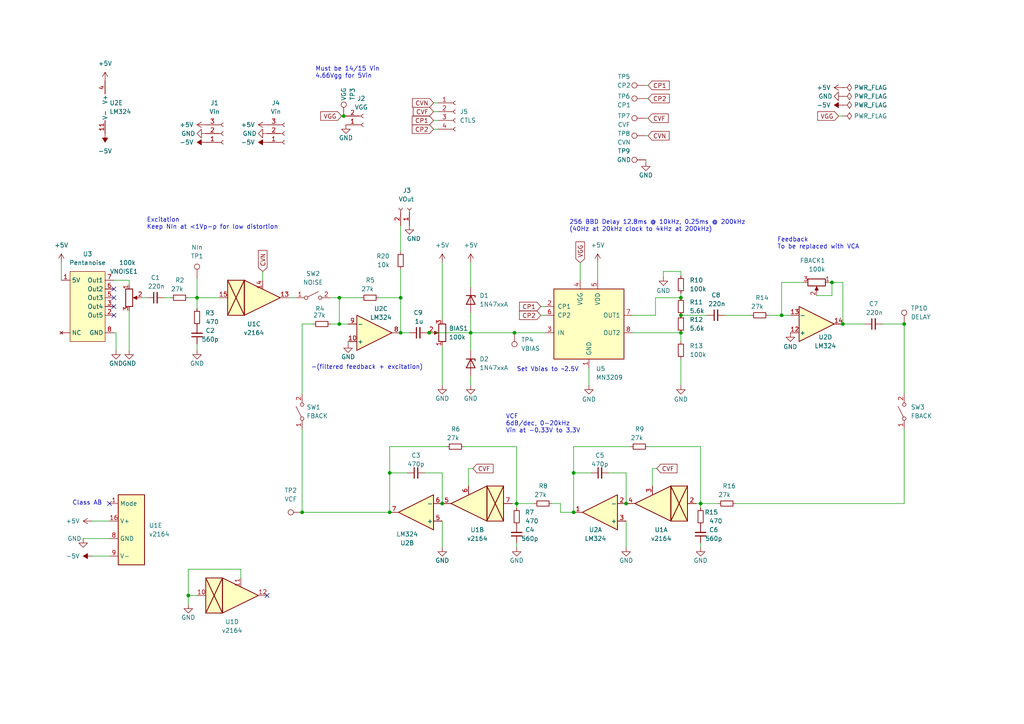
<source format=kicad_sch>
(kicad_sch (version 20211123) (generator eeschema)
  (paper "A4")
  (lib_symbols
    (symbol "Amplifier_Operational:LM324" (pin_names (offset 0.127))
      (property "Reference" "U" (at 0 5.08 0))
      (property "Value" "LM324" (at 0 -5.08 0))
      (symbol "LM324_1_1"
        (polyline (pts (xy -5.08 5.08) (xy 5.08 0) (xy -5.08 -5.08) (xy -5.08 5.08)) (stroke (width 0.254)) (fill (type background)))
        (pin output line (at 7.62 0 180) (length 2.54) (name "~") (number "1"))
        (pin input line (at -7.62 -2.54 0) (length 2.54) (name "-") (number "2"))
        (pin input line (at -7.62 2.54 0) (length 2.54) (name "+") (number "3"))
      )
      (symbol "LM324_2_1"
        (polyline (pts (xy -5.08 5.08) (xy 5.08 0) (xy -5.08 -5.08) (xy -5.08 5.08)) (stroke (width 0.254)) (fill (type background)))
        (pin input line (at -7.62 2.54 0) (length 2.54) (name "+") (number "5"))
        (pin input line (at -7.62 -2.54 0) (length 2.54) (name "-") (number "6"))
        (pin output line (at 7.62 0 180) (length 2.54) (name "~") (number "7"))
      )
      (symbol "LM324_3_1"
        (polyline (pts (xy -5.08 5.08) (xy 5.08 0) (xy -5.08 -5.08) (xy -5.08 5.08)) (stroke (width 0.254)) (fill (type background)))
        (pin input line (at -7.62 2.54 0) (length 2.54) (name "+") (number "10"))
        (pin output line (at 7.62 0 180) (length 2.54) (name "~") (number "8"))
        (pin input line (at -7.62 -2.54 0) (length 2.54) (name "-") (number "9"))
      )
      (symbol "LM324_4_1"
        (polyline (pts (xy -5.08 5.08) (xy 5.08 0) (xy -5.08 -5.08) (xy -5.08 5.08)) (stroke (width 0.254)) (fill (type background)))
        (pin input line (at -7.62 2.54 0) (length 2.54) (name "+") (number "12"))
        (pin input line (at -7.62 -2.54 0) (length 2.54) (name "-") (number "13"))
        (pin output line (at 7.62 0 180) (length 2.54) (name "~") (number "14"))
      )
      (symbol "LM324_5_1"
        (pin power_in line (at -2.54 -7.62 90) (length 3.81) (name "V-") (number "11"))
        (pin power_in line (at -2.54 7.62 270) (length 3.81) (name "V+") (number "4"))
      )
    )
    (symbol "BBD:MN3207" (pin_names (offset 1.016))
      (property "Reference" "U" (at -10.16 12.7 0))
      (property "Value" "MN3207" (at 10.16 -12.7 0))
      (symbol "MN3207_0_1"
        (rectangle (start -10.16 10.16) (end 10.16 -10.16) (stroke (width 0.254)) (fill (type background)))
      )
      (symbol "MN3207_1_1"
        (pin power_in line (at 0 -12.7 90) (length 2.54) (name "GND") (number "1"))
        (pin input line (at -12.7 5.08 0) (length 2.54) (name "CP1") (number "2"))
        (pin input line (at -12.7 -2.54 0) (length 2.54) (name "IN") (number "3"))
        (pin power_in line (at -2.54 12.7 270) (length 2.54) (name "VGG") (number "4"))
        (pin power_in line (at 2.54 12.7 270) (length 2.54) (name "VDD") (number "5"))
        (pin input line (at -12.7 2.54 0) (length 2.54) (name "CP2") (number "6"))
        (pin output line (at 12.7 2.54 180) (length 2.54) (name "OUT1") (number "7"))
        (pin output line (at 12.7 -2.54 180) (length 2.54) (name "OUT2") (number "8"))
      )
    )
    (symbol "Connector:Conn_01x02_Female" (pin_names (offset 1.016) hide)
      (property "Reference" "J" (at 0 2.54 0))
      (property "Value" "Conn_01x02_Female" (at 0 -5.08 0))
      (symbol "Conn_01x02_Female_1_1"
        (arc (start 0 -2.032) (mid -0.508 -2.54) (end 0 -3.048) (stroke (width 0.1524)))
        (polyline (pts (xy -1.27 -2.54) (xy -0.508 -2.54)) (stroke (width 0.1524)))
        (polyline (pts (xy -1.27 0) (xy -0.508 0)) (stroke (width 0.1524)))
        (arc (start 0 0.508) (mid -0.508 0) (end 0 -0.508) (stroke (width 0.1524)))
        (pin passive line (at -5.08 0 0) (length 3.81) (name "Pin_1") (number "1"))
        (pin passive line (at -5.08 -2.54 0) (length 3.81) (name "Pin_2") (number "2"))
      )
    )
    (symbol "Connector:Conn_01x03_Female" (pin_names (offset 1.016) hide)
      (property "Reference" "J" (at 0 5.08 0))
      (property "Value" "Conn_01x03_Female" (at 0 -5.08 0))
      (symbol "Conn_01x03_Female_1_1"
        (arc (start 0 -2.032) (mid -0.508 -2.54) (end 0 -3.048) (stroke (width 0.1524)))
        (polyline (pts (xy -1.27 -2.54) (xy -0.508 -2.54)) (stroke (width 0.1524)))
        (polyline (pts (xy -1.27 0) (xy -0.508 0)) (stroke (width 0.1524)))
        (polyline (pts (xy -1.27 2.54) (xy -0.508 2.54)) (stroke (width 0.1524)))
        (arc (start 0 0.508) (mid -0.508 0) (end 0 -0.508) (stroke (width 0.1524)))
        (arc (start 0 3.048) (mid -0.508 2.54) (end 0 2.032) (stroke (width 0.1524)))
        (pin passive line (at -5.08 2.54 0) (length 3.81) (name "Pin_1") (number "1"))
        (pin passive line (at -5.08 0 0) (length 3.81) (name "Pin_2") (number "2"))
        (pin passive line (at -5.08 -2.54 0) (length 3.81) (name "Pin_3") (number "3"))
      )
    )
    (symbol "Connector:Conn_01x04_Female" (pin_names (offset 1.016) hide)
      (property "Reference" "J" (at 0 5.08 0))
      (property "Value" "Conn_01x04_Female" (at 0 -7.62 0))
      (symbol "Conn_01x04_Female_1_1"
        (arc (start 0 -4.572) (mid -0.508 -5.08) (end 0 -5.588) (stroke (width 0.1524)))
        (arc (start 0 -2.032) (mid -0.508 -2.54) (end 0 -3.048) (stroke (width 0.1524)))
        (polyline (pts (xy -1.27 -5.08) (xy -0.508 -5.08)) (stroke (width 0.1524)))
        (polyline (pts (xy -1.27 -2.54) (xy -0.508 -2.54)) (stroke (width 0.1524)))
        (polyline (pts (xy -1.27 0) (xy -0.508 0)) (stroke (width 0.1524)))
        (polyline (pts (xy -1.27 2.54) (xy -0.508 2.54)) (stroke (width 0.1524)))
        (arc (start 0 0.508) (mid -0.508 0) (end 0 -0.508) (stroke (width 0.1524)))
        (arc (start 0 3.048) (mid -0.508 2.54) (end 0 2.032) (stroke (width 0.1524)))
        (pin passive line (at -5.08 2.54 0) (length 3.81) (name "Pin_1") (number "1"))
        (pin passive line (at -5.08 0 0) (length 3.81) (name "Pin_2") (number "2"))
        (pin passive line (at -5.08 -2.54 0) (length 3.81) (name "Pin_3") (number "3"))
        (pin passive line (at -5.08 -5.08 0) (length 3.81) (name "Pin_4") (number "4"))
      )
    )
    (symbol "Connector:TestPoint" (pin_numbers hide) (pin_names (offset 0.762) hide)
      (property "Reference" "TP" (at 0 6.858 0))
      (property "Value" "TestPoint" (at 0 5.08 0))
      (symbol "TestPoint_0_1"
        (circle (center 0 3.302) (radius 0.762))
      )
      (symbol "TestPoint_1_1"
        (pin passive line (at 0 0 90) (length 2.54) (name "1") (number "1"))
      )
    )
    (symbol "Device:C_Small" (pin_numbers hide) (pin_names (offset 0.254) hide)
      (property "Reference" "C" (at 0.254 1.778 0))
      (property "Value" "C_Small" (at 0.254 -2.032 0))
      (symbol "C_Small_0_1"
        (polyline (pts (xy -1.524 -0.508) (xy 1.524 -0.508)) (stroke (width 0.3302)))
        (polyline (pts (xy -1.524 0.508) (xy 1.524 0.508)) (stroke (width 0.3048)))
      )
      (symbol "C_Small_1_1"
        (pin passive line (at 0 2.54 270) (length 2.032) (name "~") (number "1"))
        (pin passive line (at 0 -2.54 90) (length 2.032) (name "~") (number "2"))
      )
    )
    (symbol "Device:R_Potentiometer" (pin_names (offset 1.016) hide)
      (property "Reference" "RV" (at -4.445 0 90))
      (property "Value" "R_Potentiometer" (at -2.54 0 90))
      (symbol "R_Potentiometer_0_1"
        (polyline (pts (xy 2.54 0) (xy 1.524 0)))
        (polyline (pts (xy 1.143 0) (xy 2.286 0.508) (xy 2.286 -0.508) (xy 1.143 0)) (fill (type outline)))
        (rectangle (start 1.016 2.54) (end -1.016 -2.54) (stroke (width 0.254)))
      )
      (symbol "R_Potentiometer_1_1"
        (pin passive line (at 0 3.81 270) (length 1.27) (name "1") (number "1"))
        (pin passive line (at 3.81 0 180) (length 1.27) (name "2") (number "2"))
        (pin passive line (at 0 -3.81 90) (length 1.27) (name "3") (number "3"))
      )
    )
    (symbol "Device:R_Small" (pin_numbers hide) (pin_names (offset 0.254) hide)
      (property "Reference" "R" (at 0.762 0.508 0))
      (property "Value" "R_Small" (at 0.762 -1.016 0))
      (symbol "R_Small_0_1"
        (rectangle (start -0.762 1.778) (end 0.762 -1.778) (stroke (width 0.2032)))
      )
      (symbol "R_Small_1_1"
        (pin passive line (at 0 2.54 270) (length 0.762) (name "~") (number "1"))
        (pin passive line (at 0 -2.54 90) (length 0.762) (name "~") (number "2"))
      )
    )
    (symbol "Diode:1N47xxA" (pin_numbers hide) (pin_names (offset 1.016) hide)
      (property "Reference" "D" (at 0 2.54 0))
      (property "Value" "1N47xxA" (at 0 -2.54 0))
      (symbol "1N47xxA_0_1"
        (polyline (pts (xy 1.27 0) (xy -1.27 0)))
        (polyline (pts (xy -1.27 -1.27) (xy -1.27 1.27) (xy -0.762 1.27)) (stroke (width 0.254)))
        (polyline (pts (xy 1.27 -1.27) (xy 1.27 1.27) (xy -1.27 0) (xy 1.27 -1.27)) (stroke (width 0.254)))
      )
      (symbol "1N47xxA_1_1"
        (pin passive line (at -3.81 0 0) (length 2.54) (name "K") (number "1"))
        (pin passive line (at 3.81 0 180) (length 2.54) (name "A") (number "2"))
      )
    )
    (symbol "Switch:SW_SPST" (pin_names (offset 0) hide)
      (property "Reference" "SW" (at 0 3.175 0))
      (property "Value" "SW_SPST" (at 0 -2.54 0))
      (symbol "SW_SPST_0_0"
        (circle (center -2.032 0) (radius 0.508))
        (polyline (pts (xy -1.524 0.254) (xy 1.524 1.778)))
        (circle (center 2.032 0) (radius 0.508))
      )
      (symbol "SW_SPST_1_1"
        (pin passive line (at -5.08 0 0) (length 2.54) (name "A") (number "1"))
        (pin passive line (at 5.08 0 180) (length 2.54) (name "B") (number "2"))
      )
    )
    (symbol "coolaudio:Pentanoise"
      (property "Reference" "U?" (at 0 2.54 0))
      (property "Value" "Pentanoise" (at 0 0 0))
      (symbol "Pentanoise_0_1"
        (rectangle (start -5.08 -2.54) (end 5.08 -22.86) (fill (type background)))
      )
      (symbol "Pentanoise_1_1"
        (pin no_connect line (at -7.62 -20.32 0) (length 2.54) (name "NC") (number ""))
        (pin power_in line (at -7.62 -5.08 0) (length 2.54) (name "5V") (number "1"))
        (pin output line (at 7.62 -15.24 180) (length 2.54) (name "Out5") (number "2"))
        (pin output line (at 7.62 -12.7 180) (length 2.54) (name "Out4") (number "3"))
        (pin output line (at 7.62 -10.16 180) (length 2.54) (name "Out3") (number "5"))
        (pin output line (at 7.62 -7.62 180) (length 2.54) (name "Out2") (number "6"))
        (pin output line (at 7.62 -5.08 180) (length 2.54) (name "Out1") (number "7"))
        (pin power_in line (at 7.62 -20.32 180) (length 2.54) (name "GND") (number "8"))
      )
    )
    (symbol "coolaudio:v2164"
      (property "Reference" "U?" (at 0 15.24 0))
      (property "Value" "v2164" (at 0 12.7 0))
      (symbol "v2164_1_1"
        (rectangle (start -5.08 5.08) (end -0.254 -5.08) (stroke (width 0.254)) (fill (type background)))
        (polyline (pts (xy -5.08 5.08) (xy -0.254 -5.08)) (stroke (width 0.254)))
        (polyline (pts (xy -0.254 5.08) (xy -5.08 -5.08)) (stroke (width 0.254)))
        (polyline (pts (xy -0.254 5.08) (xy 10.16 0) (xy -0.254 -5.08) (xy -0.254 5.08)) (stroke (width 0.254)) (fill (type background)))
        (pin input line (at -7.62 0 0) (length 2.54) (name "") (number "2"))
        (pin input line (at 5.08 5.08 270) (length 2.54) (name "") (number "3"))
        (pin output line (at 12.7 0 180) (length 2.54) (name "") (number "4"))
      )
      (symbol "v2164_2_1"
        (rectangle (start -5.08 5.08) (end -0.254 -5.08) (stroke (width 0.254)) (fill (type background)))
        (polyline (pts (xy -5.08 5.08) (xy -0.254 -5.08)) (stroke (width 0.254)))
        (polyline (pts (xy -0.254 5.08) (xy -5.08 -5.08)) (stroke (width 0.254)))
        (polyline (pts (xy -0.254 5.08) (xy 10.16 0) (xy -0.254 -5.08) (xy -0.254 5.08)) (stroke (width 0.254)) (fill (type background)))
        (pin output line (at 12.7 0 180) (length 2.54) (name "") (number "5"))
        (pin input line (at 5.08 5.08 270) (length 2.54) (name "") (number "6"))
        (pin input line (at -7.62 0 0) (length 2.54) (name "") (number "7"))
      )
      (symbol "v2164_3_1"
        (rectangle (start -5.08 5.08) (end -0.254 -5.08) (stroke (width 0.254)) (fill (type background)))
        (polyline (pts (xy -5.08 5.08) (xy -0.254 -5.08)) (stroke (width 0.254)))
        (polyline (pts (xy -0.254 5.08) (xy -5.08 -5.08)) (stroke (width 0.254)))
        (polyline (pts (xy -0.254 5.08) (xy 10.16 0) (xy -0.254 -5.08) (xy -0.254 5.08)) (stroke (width 0.254)) (fill (type background)))
        (pin output line (at 12.7 0 180) (length 2.54) (name "") (number "13"))
        (pin input line (at 5.08 5.08 270) (length 2.54) (name "") (number "14"))
        (pin input line (at -7.62 0 0) (length 2.54) (name "") (number "15"))
      )
      (symbol "v2164_4_1"
        (rectangle (start -5.08 5.08) (end -0.254 -5.08) (stroke (width 0.254)) (fill (type background)))
        (polyline (pts (xy -5.08 5.08) (xy -0.254 -5.08)) (stroke (width 0.254)))
        (polyline (pts (xy -0.254 5.08) (xy -5.08 -5.08)) (stroke (width 0.254)))
        (polyline (pts (xy -0.254 5.08) (xy 10.16 0) (xy -0.254 -5.08) (xy -0.254 5.08)) (stroke (width 0.254)) (fill (type background)))
        (pin input line (at -7.62 0 0) (length 2.54) (name "") (number "10"))
        (pin input line (at 5.08 5.08 270) (length 2.54) (name "") (number "11"))
        (pin output line (at 12.7 0 180) (length 2.54) (name "") (number "12"))
      )
      (symbol "v2164_5_1"
        (rectangle (start -2.54 10.16) (end 5.08 -10.16) (stroke (width 0.254)) (fill (type background)))
        (pin input line (at -5.08 7.62 0) (length 2.54) (name "Mode") (number "1"))
        (pin power_in line (at -5.08 2.54 0) (length 2.54) (name "V+") (number "16"))
        (pin power_in line (at -5.08 -2.54 0) (length 2.54) (name "GND") (number "8"))
        (pin power_in line (at -5.08 -7.62 0) (length 2.54) (name "V-") (number "9"))
      )
    )
    (symbol "power:+5V" (power) (pin_names (offset 0))
      (property "Value" "+5V" (at 0 3.556 0))
      (symbol "+5V_0_1"
        (polyline (pts (xy -0.762 1.27) (xy 0 2.54)))
        (polyline (pts (xy 0 0) (xy 0 2.54)))
        (polyline (pts (xy 0 2.54) (xy 0.762 1.27)))
      )
      (symbol "+5V_1_1"
        (pin power_in line (at 0 0 90) (length 0) hide (name "+5V") (number "1"))
      )
    )
    (symbol "power:-5V" (power) (pin_names (offset 0))
      (property "Value" "-5V" (at 0 3.81 0))
      (symbol "-5V_0_0"
        (pin power_in line (at 0 0 90) (length 0) hide (name "-5V") (number "1"))
      )
      (symbol "-5V_0_1"
        (polyline (pts (xy 0 0) (xy 0 1.27) (xy 0.762 1.27) (xy 0 2.54) (xy -0.762 1.27) (xy 0 1.27)) (fill (type outline)))
      )
    )
    (symbol "power:GND" (power) (pin_names (offset 0))
      (property "Value" "GND" (at 0 -3.81 0))
      (symbol "GND_0_1"
        (polyline (pts (xy 0 0) (xy 0 -1.27) (xy 1.27 -1.27) (xy 0 -2.54) (xy -1.27 -1.27) (xy 0 -1.27)))
      )
      (symbol "GND_1_1"
        (pin power_in line (at 0 0 270) (length 0) hide (name "GND") (number "1"))
      )
    )
    (symbol "power:PWR_FLAG" (power) (pin_numbers hide) (pin_names (offset 0) hide)
      (property "Value" "PWR_FLAG" (at 0 3.81 0))
      (symbol "PWR_FLAG_0_0"
        (pin power_out line (at 0 0 90) (length 0) (name "pwr") (number "1"))
      )
      (symbol "PWR_FLAG_0_1"
        (polyline (pts (xy 0 0) (xy 0 1.27) (xy -1.016 1.905) (xy 0 2.54) (xy 1.016 1.905) (xy 0 1.27)))
      )
    )
  )
  (junction (at 136.525 96.52))
  (junction (at 128.27 146.05))
  (junction (at 197.485 91.44))
  (junction (at 166.37 148.59))
  (junction (at 226.695 91.44))
  (junction (at 203.2 146.05))
  (junction (at 116.205 86.36))
  (junction (at 116.205 96.52))
  (junction (at 113.03 137.16))
  (junction (at 197.485 86.36))
  (junction (at 244.475 93.98))
  (junction (at 166.37 137.16))
  (junction (at 124.46 96.52))
  (junction (at 197.485 96.52))
  (junction (at 149.225 96.52))
  (junction (at 241.3 81.915))
  (junction (at 87.63 148.59))
  (junction (at 113.03 148.59))
  (junction (at 262.255 93.98))
  (junction (at 98.425 93.98))
  (junction (at 181.61 146.05))
  (junction (at 57.15 86.36))
  (junction (at 99.695 33.655))
  (junction (at 149.86 146.05))
  (junction (at 98.425 86.36))
  (junction (at 54.61 172.72))
  (no_connect (at 33.02 91.44))
  (no_connect (at 33.02 88.9))
  (no_connect (at 33.02 86.36))
  (no_connect (at 33.02 83.82))
  (no_connect (at 77.47 172.72))
  (no_connect (at 31.75 146.05))
  (wire (pts (xy 135.89 135.89) (xy 135.89 140.97)))
  (wire (pts (xy 128.27 100.33) (xy 128.27 111.76)))
  (wire (pts (xy 244.475 81.915) (xy 241.3 81.915)))
  (wire (pts (xy 181.61 137.16) (xy 176.53 137.16)))
  (wire (pts (xy 203.2 158.75) (xy 203.2 157.48)))
  (wire (pts (xy 123.825 96.52) (xy 124.46 96.52)))
  (wire (pts (xy 57.15 80.645) (xy 57.15 86.36)))
  (wire (pts (xy 125.73 32.385) (xy 127 32.385)))
  (wire (pts (xy 57.15 89.535) (xy 57.15 86.36)))
  (wire (pts (xy 213.36 146.05) (xy 262.255 146.05)))
  (wire (pts (xy 236.855 85.725) (xy 241.3 85.725)))
  (wire (pts (xy 87.63 93.98) (xy 90.805 93.98)))
  (wire (pts (xy 244.475 81.915) (xy 244.475 93.98)))
  (wire (pts (xy 137.16 135.89) (xy 135.89 135.89)))
  (wire (pts (xy 136.525 76.2) (xy 136.525 83.185)))
  (wire (pts (xy 156.845 91.44) (xy 158.115 91.44)))
  (wire (pts (xy 116.205 73.025) (xy 116.205 65.405)))
  (wire (pts (xy 57.15 101.6) (xy 57.15 99.695)))
  (wire (pts (xy 125.73 37.465) (xy 127 37.465)))
  (wire (pts (xy 192.405 78.74) (xy 197.485 78.74)))
  (wire (pts (xy 33.655 96.52) (xy 33.655 101.6)))
  (wire (pts (xy 98.425 86.36) (xy 98.425 93.98)))
  (wire (pts (xy 129.54 129.54) (xy 113.03 129.54)))
  (wire (pts (xy 37.465 81.28) (xy 33.02 81.28)))
  (wire (pts (xy 222.885 91.44) (xy 226.695 91.44)))
  (wire (pts (xy 57.15 86.36) (xy 63.5 86.36)))
  (wire (pts (xy 262.255 93.98) (xy 262.255 114.3)))
  (wire (pts (xy 69.85 165.1) (xy 54.61 165.1)))
  (wire (pts (xy 187.325 46.99) (xy 187.325 46.355)))
  (wire (pts (xy 54.61 165.1) (xy 54.61 172.72)))
  (wire (pts (xy 187.96 129.54) (xy 203.2 129.54)))
  (wire (pts (xy 166.37 148.59) (xy 162.56 148.59)))
  (wire (pts (xy 149.86 129.54) (xy 149.86 146.05)))
  (wire (pts (xy 99.695 33.655) (xy 100.33 33.655)))
  (wire (pts (xy 181.61 146.05) (xy 181.61 137.16)))
  (wire (pts (xy 168.275 76.2) (xy 168.275 81.28)))
  (wire (pts (xy 95.885 86.36) (xy 98.425 86.36)))
  (wire (pts (xy 171.45 137.16) (xy 166.37 137.16)))
  (wire (pts (xy 87.63 148.59) (xy 87.63 124.46)))
  (wire (pts (xy 99.06 33.655) (xy 99.695 33.655)))
  (wire (pts (xy 241.3 81.915) (xy 240.665 81.915)))
  (wire (pts (xy 154.94 146.05) (xy 149.86 146.05)))
  (wire (pts (xy 187.96 28.575) (xy 187.325 28.575)))
  (wire (pts (xy 197.485 78.74) (xy 197.485 80.01)))
  (wire (pts (xy 136.525 96.52) (xy 149.225 96.52)))
  (wire (pts (xy 116.205 78.105) (xy 116.205 86.36)))
  (wire (pts (xy 76.2 78.74) (xy 76.2 81.28)))
  (wire (pts (xy 116.205 96.52) (xy 118.745 96.52)))
  (wire (pts (xy 197.485 104.14) (xy 197.485 111.76)))
  (wire (pts (xy 118.11 137.16) (xy 113.03 137.16)))
  (wire (pts (xy 24.13 156.21) (xy 31.75 156.21)))
  (wire (pts (xy 149.225 96.52) (xy 158.115 96.52)))
  (wire (pts (xy 203.2 147.32) (xy 203.2 146.05)))
  (wire (pts (xy 87.63 114.3) (xy 87.63 93.98)))
  (wire (pts (xy 149.86 147.32) (xy 149.86 146.05)))
  (wire (pts (xy 37.465 81.28) (xy 37.465 82.55)))
  (wire (pts (xy 100.965 99.06) (xy 100.965 99.695)))
  (wire (pts (xy 226.695 81.915) (xy 226.695 91.44)))
  (wire (pts (xy 54.61 172.72) (xy 57.15 172.72)))
  (wire (pts (xy 26.67 161.29) (xy 31.75 161.29)))
  (wire (pts (xy 149.86 146.05) (xy 148.59 146.05)))
  (wire (pts (xy 162.56 146.05) (xy 160.02 146.05)))
  (wire (pts (xy 113.03 148.59) (xy 87.63 148.59)))
  (wire (pts (xy 233.045 81.915) (xy 226.695 81.915)))
  (wire (pts (xy 113.03 129.54) (xy 113.03 137.16)))
  (wire (pts (xy 128.27 137.16) (xy 123.19 137.16)))
  (wire (pts (xy 250.825 93.98) (xy 244.475 93.98)))
  (wire (pts (xy 170.815 106.68) (xy 170.815 111.76)))
  (wire (pts (xy 226.695 91.44) (xy 229.235 91.44)))
  (wire (pts (xy 210.185 91.44) (xy 217.805 91.44)))
  (wire (pts (xy 187.96 39.37) (xy 187.325 39.37)))
  (wire (pts (xy 197.485 99.06) (xy 197.485 96.52)))
  (wire (pts (xy 69.85 167.64) (xy 69.85 165.1)))
  (wire (pts (xy 54.61 175.26) (xy 54.61 172.72)))
  (wire (pts (xy 136.525 96.52) (xy 136.525 101.6)))
  (wire (pts (xy 197.485 91.44) (xy 205.105 91.44)))
  (wire (pts (xy 190.119 91.44) (xy 190.119 86.36)))
  (wire (pts (xy 17.78 76.2) (xy 17.78 81.28)))
  (wire (pts (xy 192.405 80.264) (xy 192.405 78.74)))
  (wire (pts (xy 124.46 96.52) (xy 136.525 96.52)))
  (wire (pts (xy 187.96 24.765) (xy 187.325 24.765)))
  (wire (pts (xy 255.905 93.98) (xy 262.255 93.98)))
  (wire (pts (xy 83.82 86.36) (xy 85.725 86.36)))
  (wire (pts (xy 187.96 34.29) (xy 187.325 34.29)))
  (wire (pts (xy 128.27 76.2) (xy 128.27 92.71)))
  (wire (pts (xy 128.27 151.13) (xy 128.27 158.75)))
  (wire (pts (xy 166.37 137.16) (xy 166.37 148.59)))
  (wire (pts (xy 109.855 86.36) (xy 116.205 86.36)))
  (wire (pts (xy 183.515 91.44) (xy 190.119 91.44)))
  (wire (pts (xy 241.3 85.725) (xy 241.3 81.915)))
  (wire (pts (xy 41.275 86.36) (xy 42.545 86.36)))
  (wire (pts (xy 182.88 129.54) (xy 166.37 129.54)))
  (wire (pts (xy 183.515 96.52) (xy 197.485 96.52)))
  (wire (pts (xy 162.56 148.59) (xy 162.56 146.05)))
  (wire (pts (xy 190.5 135.89) (xy 189.23 135.89)))
  (wire (pts (xy 203.2 146.05) (xy 201.93 146.05)))
  (wire (pts (xy 125.73 29.845) (xy 127 29.845)))
  (wire (pts (xy 262.255 124.46) (xy 262.255 146.05)))
  (wire (pts (xy 37.465 101.6) (xy 37.465 90.17)))
  (wire (pts (xy 116.205 86.36) (xy 116.205 96.52)))
  (wire (pts (xy 149.86 158.75) (xy 149.86 157.48)))
  (wire (pts (xy 98.425 93.98) (xy 100.965 93.98)))
  (wire (pts (xy 125.73 34.925) (xy 127 34.925)))
  (wire (pts (xy 54.61 86.36) (xy 57.15 86.36)))
  (wire (pts (xy 128.27 146.05) (xy 128.27 137.16)))
  (wire (pts (xy 33.655 96.52) (xy 33.02 96.52)))
  (wire (pts (xy 173.355 76.2) (xy 173.355 81.28)))
  (wire (pts (xy 95.885 93.98) (xy 98.425 93.98)))
  (wire (pts (xy 104.775 86.36) (xy 98.425 86.36)))
  (wire (pts (xy 190.119 86.36) (xy 197.485 86.36)))
  (wire (pts (xy 134.62 129.54) (xy 149.86 129.54)))
  (wire (pts (xy 166.37 129.54) (xy 166.37 137.16)))
  (wire (pts (xy 136.525 90.805) (xy 136.525 96.52)))
  (wire (pts (xy 189.23 135.89) (xy 189.23 140.97)))
  (wire (pts (xy 208.28 146.05) (xy 203.2 146.05)))
  (wire (pts (xy 47.625 86.36) (xy 49.53 86.36)))
  (wire (pts (xy 243.205 33.655) (xy 244.475 33.655)))
  (wire (pts (xy 197.485 85.09) (xy 197.485 86.36)))
  (wire (pts (xy 181.61 151.13) (xy 181.61 158.75)))
  (wire (pts (xy 113.03 137.16) (xy 113.03 148.59)))
  (wire (pts (xy 156.845 88.9) (xy 158.115 88.9)))
  (wire (pts (xy 203.2 129.54) (xy 203.2 146.05)))
  (wire (pts (xy 26.67 151.13) (xy 31.75 151.13)))
  (wire (pts (xy 136.525 109.22) (xy 136.525 111.76)))
  (text "Must be 14/15 Vin\n4.66Vgg for 5Vin" (at 91.44 22.86 0) (effects (font (size 1.27 1.27)) (justify left bottom)))
  (text "Set Vbias to ~2.5V" (at 149.86 107.95 0) (effects (font (size 1.27 1.27)) (justify left bottom)))
  (text "Excitation\nKeep NIn at <1Vp-p for low distortion" (at 42.545 66.675 0) (effects (font (size 1.27 1.27)) (justify left bottom)))
  (text "256 BBD Delay 12.8ms @ 10kHz, 0.25ms @ 200kHz\n(40Hz at 20kHz clock to 4kHz at 200kHz)\n" (at 165.1 67.31 0) (effects (font (size 1.27 1.27)) (justify left bottom)))
  (text "Feedback\nTo be replaced with VCA" (at 225.425 72.39 0) (effects (font (size 1.27 1.27)) (justify left bottom)))
  (text "VCF \n6dB/dec, 0-20kHz\nVin at -0.33V to 3.3V\n" (at 146.685 125.73 0) (effects (font (size 1.27 1.27)) (justify left bottom)))
  (text "-(filtered feedback + excitation)" (at 90.17 107.315 0) (effects (font (size 1.27 1.27)) (justify left bottom)))
  (text "Class AB" (at 20.955 146.685 0) (effects (font (size 1.27 1.27)) (justify left bottom)))
  (global_label "CP2" (shape input) (at 156.845 91.44 180) (property "Intersheet References" "${INTERSHEET_REFS}" (effects hide)))
  (global_label "CVF" (shape input) (at 137.16 135.89 0) (property "Intersheet References" "${INTERSHEET_REFS}" (effects hide)))
  (global_label "CVF" (shape input) (at 187.96 34.29 0) (property "Intersheet References" "${INTERSHEET_REFS}" (effects hide)))
  (global_label "VGG" (shape input) (at 168.275 76.2 90) (property "Intersheet References" "${INTERSHEET_REFS}" (effects hide)))
  (global_label "VGG" (shape input) (at 99.06 33.655 180) (property "Intersheet References" "${INTERSHEET_REFS}" (effects hide)))
  (global_label "CVN" (shape input) (at 76.2 78.74 90) (property "Intersheet References" "${INTERSHEET_REFS}" (effects hide)))
  (global_label "CVN" (shape input) (at 125.73 29.845 180) (property "Intersheet References" "${INTERSHEET_REFS}" (effects hide)))
  (global_label "CVN" (shape input) (at 187.96 39.37 0) (property "Intersheet References" "${INTERSHEET_REFS}" (effects hide)))
  (global_label "CP1" (shape input) (at 187.96 24.765 0) (property "Intersheet References" "${INTERSHEET_REFS}" (effects hide)))
  (global_label "CVF" (shape input) (at 190.5 135.89 0) (property "Intersheet References" "${INTERSHEET_REFS}" (effects hide)))
  (global_label "CP2" (shape input) (at 187.96 28.575 0) (property "Intersheet References" "${INTERSHEET_REFS}" (effects hide)))
  (global_label "CP1" (shape input) (at 125.73 34.925 180) (property "Intersheet References" "${INTERSHEET_REFS}" (effects hide)))
  (global_label "VGG" (shape input) (at 243.205 33.655 180) (property "Intersheet References" "${INTERSHEET_REFS}" (effects hide)))
  (global_label "CP1" (shape input) (at 156.845 88.9 180) (property "Intersheet References" "${INTERSHEET_REFS}" (effects hide)))
  (global_label "CVF" (shape input) (at 125.73 32.385 180) (property "Intersheet References" "${INTERSHEET_REFS}" (effects hide)))
  (global_label "CP2" (shape input) (at 125.73 37.465 180) (property "Intersheet References" "${INTERSHEET_REFS}" (effects hide)))
  (symbol (lib_id "power:GND") (at 59.69 38.735 270) (unit 1)
    (property "Reference" "#PWR0105" (effects hide))
    (property "Value" "GND" (at 54.61 38.735 90))
  )
  (symbol (lib_id "Switch:SW_SPST") (at 262.255 119.38 90) (unit 1)
    (property "Reference" "SW3" (at 264.16 118.1099 90) (effects (justify right)))
    (property "Value" "FBACK" (at 264.16 120.6499 90) (effects (justify right)))
    (property "Footprint" "Connector_PinHeader_2.54mm:PinHeader_1x02_P2.54mm_Vertical" (effects hide))
  )
  (symbol (lib_id "power:+5V") (at 128.27 76.2 0) (unit 1)
    (property "Reference" "#PWR07" (effects hide))
    (property "Value" "+5V" (at 128.27 71.12 0))
  )
  (symbol (lib_id "Device:R_Small") (at 197.485 88.9 0) (unit 1)
    (property "Reference" "R11" (at 200.025 87.6299 0) (effects (justify left)))
    (property "Value" "5.6k" (at 200.025 90.1699 0) (effects (justify left)))
    (property "Footprint" "Resistor_THT:R_Axial_DIN0207_L6.3mm_D2.5mm_P10.16mm_Horizontal" (effects hide))
  )
  (symbol (lib_id "Device:C_Small") (at 57.15 97.155 0) (mirror x) (unit 1)
    (property "Reference" "C2" (at 60.96 95.885 0))
    (property "Value" "560p" (at 60.96 98.425 0))
    (property "Footprint" "Capacitor_THT:C_Rect_L7.0mm_W4.5mm_P5.00mm" (effects hide))
  )
  (symbol (lib_id "Device:R_Small") (at 197.485 82.55 0) (unit 1)
    (property "Reference" "R10" (at 200.025 81.2799 0) (effects (justify left)))
    (property "Value" "100k" (at 200.025 83.8199 0) (effects (justify left)))
    (property "Footprint" "Resistor_THT:R_Axial_DIN0207_L6.3mm_D2.5mm_P10.16mm_Horizontal" (effects hide))
  )
  (symbol (lib_id "BBD:MN3207") (at 170.815 93.98 0) (unit 1)
    (property "Reference" "U5" (at 172.8344 106.934 0) (effects (justify left)))
    (property "Value" "MN3209" (at 172.8344 109.474 0) (effects (justify left)))
    (property "Footprint" "Package_DIP:DIP-8_W7.62mm" (effects hide))
    (property "Datasheet" "http://www.experimentalistsanonymous.com/diy/Datasheets/MN3207.pdf" (effects hide))
  )
  (symbol (lib_id "Device:C_Small") (at 173.99 137.16 90) (mirror x) (unit 1)
    (property "Reference" "C5" (at 173.99 132.08 90))
    (property "Value" "470p" (at 173.99 134.62 90))
    (property "Footprint" "Capacitor_THT:C_Rect_L7.0mm_W4.5mm_P5.00mm" (effects hide))
  )
  (symbol (lib_id "Device:R_Small") (at 197.485 93.98 0) (unit 1)
    (property "Reference" "R12" (at 200.025 92.7099 0) (effects (justify left)))
    (property "Value" "5.6k" (at 200.025 95.2499 0) (effects (justify left)))
    (property "Footprint" "Resistor_THT:R_Axial_DIN0207_L6.3mm_D2.5mm_P10.16mm_Horizontal" (effects hide))
  )
  (symbol (lib_id "Connector:TestPoint") (at 187.325 28.575 90) (unit 1)
    (property "Reference" "TP6" (at 180.975 27.94 90))
    (property "Value" "CP1" (at 180.975 30.48 90))
    (property "Footprint" "TestPoint:TestPoint_Pad_D1.0mm" (effects hide))
  )
  (symbol (lib_id "power:GND") (at 77.47 38.735 270) (unit 1)
    (property "Reference" "#PWR04" (effects hide))
    (property "Value" "GND" (at 72.39 38.735 90))
  )
  (symbol (lib_id "Connector:Conn_01x02_Female") (at 105.41 36.195 0) (mirror x) (unit 1)
    (property "Reference" "J2" (at 104.775 28.575 0))
    (property "Value" "VGG" (at 104.775 31.115 0))
    (property "Footprint" "Connector_PinHeader_2.54mm:PinHeader_1x02_P2.54mm_Vertical" (effects hide))
  )
  (symbol (lib_id "coolaudio:v2164") (at 64.77 172.72 0) (unit 4)
    (property "Reference" "U1" (at 67.31 180.34 0))
    (property "Value" "v2164" (at 67.31 182.88 0))
    (property "Footprint" "Package_DIP:DIP-16_W7.62mm" (effects hide))
  )
  (symbol (lib_id "power:-5V") (at 26.67 161.29 90) (unit 1)
    (property "Reference" "#PWR0120" (effects hide))
    (property "Value" "-5V" (at 19.05 161.29 90) (effects (justify right)))
  )
  (symbol (lib_id "Connector:TestPoint") (at 87.63 148.59 90) (unit 1)
    (property "Reference" "TP2" (at 84.328 142.24 90))
    (property "Value" "VCF" (at 84.328 144.78 90))
    (property "Footprint" "TestPoint:TestPoint_Pad_D1.0mm" (effects hide))
  )
  (symbol (lib_id "Connector:Conn_01x03_Female") (at 82.55 38.735 0) (mirror x) (unit 1)
    (property "Reference" "J4" (at 80.01 29.845 0))
    (property "Value" "Vin" (at 80.01 32.385 0))
    (property "Footprint" "Connector_PinHeader_2.54mm:PinHeader_1x03_P2.54mm_Vertical" (effects hide))
  )
  (symbol (lib_id "Connector:Conn_01x03_Female") (at 64.77 38.735 0) (mirror x) (unit 1)
    (property "Reference" "J1" (at 62.23 29.845 0))
    (property "Value" "Vin" (at 62.23 32.385 0))
    (property "Footprint" "Connector_PinHeader_2.54mm:PinHeader_1x03_P2.54mm_Vertical" (effects hide))
  )
  (symbol (lib_id "Diode:1N47xxA") (at 136.525 105.41 270) (unit 1)
    (property "Reference" "D2" (at 139.065 104.1399 90) (effects (justify left)))
    (property "Value" "1N47xxA" (at 139.065 106.6799 90) (effects (justify left)))
    (property "Footprint" "Diode_THT:D_DO-41_SOD81_P10.16mm_Horizontal" (effects hide))
    (property "Datasheet" "https://www.vishay.com/docs/85816/1n4728a.pdf" (effects hide))
  )
  (symbol (lib_id "Amplifier_Operational:LM324") (at 108.585 96.52 0) (mirror x) (unit 3)
    (property "Reference" "U2" (at 110.49 89.535 0))
    (property "Value" "LM324" (at 110.49 92.075 0))
    (property "Footprint" "Package_DIP:DIP-14_W7.62mm" (effects hide))
    (property "Datasheet" "http://www.ti.com/lit/ds/symlink/lm2902-n.pdf" (effects hide))
  )
  (symbol (lib_id "power:+5V") (at 244.475 25.4 90) (unit 1)
    (property "Reference" "#PWR0123" (effects hide))
    (property "Value" "+5V" (at 236.855 25.4 90) (effects (justify right)))
  )
  (symbol (lib_id "power:-5V") (at 30.48 38.735 180) (unit 1)
    (property "Reference" "#PWR0107" (effects hide))
    (property "Value" "-5V" (at 30.48 43.815 0))
  )
  (symbol (lib_id "Device:C_Small") (at 253.365 93.98 90) (unit 1)
    (property "Reference" "C7" (at 253.365 88.138 90))
    (property "Value" "220n" (at 253.619 90.678 90))
    (property "Footprint" "Capacitor_THT:C_Rect_L7.0mm_W4.5mm_P5.00mm" (effects hide))
  )
  (symbol (lib_id "Amplifier_Operational:LM324") (at 33.02 31.115 0) (unit 5)
    (property "Reference" "U2" (at 31.75 29.8449 0) (effects (justify left)))
    (property "Value" "LM324" (at 31.75 32.3849 0) (effects (justify left)))
    (property "Footprint" "Package_DIP:DIP-14_W7.62mm" (effects hide))
    (property "Datasheet" "http://www.ti.com/lit/ds/symlink/lm2902-n.pdf" (effects hide))
  )
  (symbol (lib_id "power:PWR_FLAG") (at 244.475 30.48 270) (unit 1)
    (property "Reference" "#FLG0101" (effects hide))
    (property "Value" "PWR_FLAG" (at 247.65 30.4799 90) (effects (justify left)))
  )
  (symbol (lib_id "coolaudio:v2164") (at 71.12 86.36 0) (unit 3)
    (property "Reference" "U1" (at 73.66 93.98 0))
    (property "Value" "v2164" (at 73.66 96.52 0))
    (property "Footprint" "Package_DIP:DIP-16_W7.62mm" (effects hide))
  )
  (symbol (lib_id "Device:C_Small") (at 203.2 154.94 0) (mirror x) (unit 1)
    (property "Reference" "C6" (at 207.01 153.67 0))
    (property "Value" "560p" (at 207.01 156.21 0))
    (property "Footprint" "Capacitor_THT:C_Rect_L7.0mm_W4.5mm_P5.00mm" (effects hide))
  )
  (symbol (lib_id "Device:R_Small") (at 210.82 146.05 270) (mirror x) (unit 1)
    (property "Reference" "R16" (at 209.55 140.97 90) (effects (justify left)))
    (property "Value" "27k" (at 208.28 143.51 90) (effects (justify left)))
    (property "Footprint" "Resistor_THT:R_Axial_DIN0207_L6.3mm_D2.5mm_P10.16mm_Horizontal" (effects hide))
  )
  (symbol (lib_id "Amplifier_Operational:LM324") (at 236.855 93.98 0) (mirror x) (unit 4)
    (property "Reference" "U2" (at 239.395 97.79 0))
    (property "Value" "LM324" (at 239.395 100.33 0))
    (property "Footprint" "Package_DIP:DIP-14_W7.62mm" (effects hide))
    (property "Datasheet" "http://www.ti.com/lit/ds/symlink/lm2902-n.pdf" (effects hide))
  )
  (symbol (lib_id "power:+5V") (at 136.525 76.2 0) (unit 1)
    (property "Reference" "#PWR09" (effects hide))
    (property "Value" "+5V" (at 136.525 71.12 0))
  )
  (symbol (lib_id "power:+5V") (at 77.47 36.195 90) (unit 1)
    (property "Reference" "#PWR05" (effects hide))
    (property "Value" "+5V" (at 69.85 36.195 90) (effects (justify right)))
  )
  (symbol (lib_id "power:PWR_FLAG") (at 244.475 25.4 270) (unit 1)
    (property "Reference" "#FLG0102" (effects hide))
    (property "Value" "PWR_FLAG" (at 247.65 25.3999 90) (effects (justify left)))
  )
  (symbol (lib_id "Connector:TestPoint") (at 187.325 39.37 90) (unit 1)
    (property "Reference" "TP8" (at 180.975 38.735 90))
    (property "Value" "CVN" (at 180.975 41.275 90))
    (property "Footprint" "TestPoint:TestPoint_Pad_D1.0mm" (effects hide))
  )
  (symbol (lib_id "power:GND") (at 187.325 46.99 0) (unit 1)
    (property "Reference" "#PWR011" (effects hide))
    (property "Value" "GND" (at 187.325 50.8 0))
  )
  (symbol (lib_id "Connector:TestPoint") (at 187.325 46.355 90) (unit 1)
    (property "Reference" "TP9" (at 180.975 43.815 90))
    (property "Value" "GND" (at 180.975 46.355 90))
    (property "Footprint" "TestPoint:TestPoint_Pad_D1.0mm" (effects hide))
  )
  (symbol (lib_id "power:GND") (at 136.525 111.76 0) (mirror y) (unit 1)
    (property "Reference" "#PWR010" (effects hide))
    (property "Value" "GND" (at 136.525 115.57 0))
  )
  (symbol (lib_id "power:GND") (at 100.33 36.195 0) (unit 1)
    (property "Reference" "#PWR0113" (effects hide))
    (property "Value" "GND" (at 100.33 40.005 0))
  )
  (symbol (lib_id "power:PWR_FLAG") (at 244.475 33.655 270) (unit 1)
    (property "Reference" "#FLG0104" (effects hide))
    (property "Value" "PWR_FLAG" (at 247.65 33.6549 90) (effects (justify left)))
  )
  (symbol (lib_id "power:GND") (at 33.655 101.6 0) (mirror y) (unit 1)
    (property "Reference" "#PWR02" (effects hide))
    (property "Value" "GND" (at 33.655 105.41 0))
  )
  (symbol (lib_id "power:+5V") (at 173.355 76.2 0) (unit 1)
    (property "Reference" "#PWR0101" (effects hide))
    (property "Value" "+5V" (at 173.355 71.12 0))
  )
  (symbol (lib_id "Connector:Conn_01x02_Female") (at 118.745 60.325 270) (mirror x) (unit 1)
    (property "Reference" "J3" (at 116.84 55.245 90) (effects (justify left)))
    (property "Value" "VOut" (at 115.57 57.785 90) (effects (justify left)))
    (property "Footprint" "Connector_PinHeader_2.54mm:PinHeader_1x02_P2.54mm_Vertical" (effects hide))
  )
  (symbol (lib_id "power:GND") (at 197.485 111.76 0) (unit 1)
    (property "Reference" "#PWR0125" (effects hide))
    (property "Value" "GND" (at 197.485 115.824 0))
  )
  (symbol (lib_id "power:GND") (at 149.86 158.75 0) (mirror y) (unit 1)
    (property "Reference" "#PWR0110" (effects hide))
    (property "Value" "GND" (at 149.86 162.56 0))
  )
  (symbol (lib_id "power:GND") (at 192.405 80.264 0) (unit 1)
    (property "Reference" "#PWR0126" (effects hide))
    (property "Value" "GND" (at 192.405 84.328 0))
  )
  (symbol (lib_id "power:GND") (at 37.465 101.6 0) (mirror y) (unit 1)
    (property "Reference" "#PWR03" (effects hide))
    (property "Value" "GND" (at 37.465 105.41 0))
  )
  (symbol (lib_id "power:GND") (at 24.13 156.21 0) (unit 1)
    (property "Reference" "#PWR0121" (effects hide))
    (property "Value" "GND" (at 21.59 156.21 0))
  )
  (symbol (lib_id "Connector:TestPoint") (at 187.325 24.765 90) (unit 1)
    (property "Reference" "TP5" (at 180.975 22.225 90))
    (property "Value" "CP2" (at 180.975 24.765 90))
    (property "Footprint" "TestPoint:TestPoint_Pad_D1.0mm" (effects hide))
  )
  (symbol (lib_id "Device:R_Small") (at 157.48 146.05 270) (mirror x) (unit 1)
    (property "Reference" "R8" (at 156.21 140.97 90) (effects (justify left)))
    (property "Value" "27k" (at 154.94 143.51 90) (effects (justify left)))
    (property "Footprint" "Resistor_THT:R_Axial_DIN0207_L6.3mm_D2.5mm_P10.16mm_Horizontal" (effects hide))
  )
  (symbol (lib_id "Device:R_Small") (at 116.205 75.565 0) (mirror y) (unit 1)
    (property "Reference" "R20" (at 113.03 74.295 0) (effects (justify left)))
    (property "Value" "10k" (at 113.03 76.835 0) (effects (justify left)))
    (property "Footprint" "Resistor_THT:R_Axial_DIN0207_L6.3mm_D2.5mm_P10.16mm_Horizontal" (effects hide))
  )
  (symbol (lib_id "power:GND") (at 128.27 111.76 0) (mirror y) (unit 1)
    (property "Reference" "#PWR08" (effects hide))
    (property "Value" "GND" (at 128.27 115.57 0))
  )
  (symbol (lib_id "power:GND") (at 100.965 99.695 0) (mirror y) (unit 1)
    (property "Reference" "#PWR0108" (effects hide))
    (property "Value" "GND" (at 100.965 103.505 0))
  )
  (symbol (lib_id "Device:C_Small") (at 149.86 154.94 0) (mirror x) (unit 1)
    (property "Reference" "C4" (at 153.67 153.67 0))
    (property "Value" "560p" (at 153.67 156.21 0))
    (property "Footprint" "Capacitor_THT:C_Rect_L7.0mm_W4.5mm_P5.00mm" (effects hide))
  )
  (symbol (lib_id "power:+5V") (at 26.67 151.13 90) (unit 1)
    (property "Reference" "#PWR0118" (effects hide))
    (property "Value" "+5V" (at 19.05 151.13 90) (effects (justify right)))
  )
  (symbol (lib_id "power:GND") (at 128.27 158.75 0) (mirror y) (unit 1)
    (property "Reference" "#PWR0111" (effects hide))
    (property "Value" "GND" (at 128.27 162.56 0))
  )
  (symbol (lib_id "Connector:TestPoint") (at 99.695 33.655 0) (unit 1)
    (property "Reference" "TP3" (at 102.235 27.305 90))
    (property "Value" "VGG" (at 99.695 27.305 90))
    (property "Footprint" "TestPoint:TestPoint_Pad_D1.0mm" (effects hide))
  )
  (symbol (lib_id "power:GND") (at 170.815 111.76 0) (unit 1)
    (property "Reference" "#PWR0104" (effects hide))
    (property "Value" "GND" (at 170.815 115.824 0))
  )
  (symbol (lib_id "power:GND") (at 181.61 158.75 0) (mirror y) (unit 1)
    (property "Reference" "#PWR0109" (effects hide))
    (property "Value" "GND" (at 181.61 162.56 0))
  )
  (symbol (lib_id "Connector:TestPoint") (at 262.255 93.98 0) (unit 1)
    (property "Reference" "TP10" (at 264.16 89.4079 0) (effects (justify left)))
    (property "Value" "DELAY" (at 264.16 91.9479 0) (effects (justify left)))
    (property "Footprint" "TestPoint:TestPoint_Pad_D1.0mm" (effects hide))
  )
  (symbol (lib_id "Diode:1N47xxA") (at 136.525 86.995 270) (unit 1)
    (property "Reference" "D1" (at 139.065 85.7249 90) (effects (justify left)))
    (property "Value" "1N47xxA" (at 139.065 88.2649 90) (effects (justify left)))
    (property "Footprint" "Diode_THT:D_DO-41_SOD81_P10.16mm_Horizontal" (effects hide))
    (property "Datasheet" "https://www.vishay.com/docs/85816/1n4728a.pdf" (effects hide))
  )
  (symbol (lib_id "Amplifier_Operational:LM324") (at 120.65 148.59 180) (unit 2)
    (property "Reference" "U2" (at 118.11 157.48 0))
    (property "Value" "LM324" (at 118.11 154.94 0))
    (property "Footprint" "Package_DIP:DIP-14_W7.62mm" (effects hide))
    (property "Datasheet" "http://www.ti.com/lit/ds/symlink/lm2902-n.pdf" (effects hide))
  )
  (symbol (lib_id "Device:R_Potentiometer") (at 236.855 81.915 270) (unit 1)
    (property "Reference" "FBACK1" (at 239.395 75.565 90) (effects (justify right)))
    (property "Value" "100k" (at 239.395 78.105 90) (effects (justify right)))
    (property "Footprint" "Connector_JST:JST_PH_B3B-PH-K_1x03_P2.00mm_Vertical" (effects hide))
  )
  (symbol (lib_id "Device:R_Small") (at 52.07 86.36 270) (mirror x) (unit 1)
    (property "Reference" "R2" (at 50.8 81.28 90) (effects (justify left)))
    (property "Value" "27k" (at 49.53 83.82 90) (effects (justify left)))
    (property "Footprint" "Resistor_THT:R_Axial_DIN0207_L6.3mm_D2.5mm_P10.16mm_Horizontal" (effects hide))
  )
  (symbol (lib_id "power:GND") (at 229.235 96.52 0) (unit 1)
    (property "Reference" "#PWR0112" (effects hide))
    (property "Value" "GND" (at 229.235 100.584 0))
  )
  (symbol (lib_id "Connector:TestPoint") (at 57.15 80.645 0) (unit 1)
    (property "Reference" "TP1" (at 57.15 74.295 0))
    (property "Value" "NIn" (at 57.15 71.755 0))
    (property "Footprint" "TestPoint:TestPoint_Pad_D1.0mm" (effects hide))
  )
  (symbol (lib_id "power:GND") (at 118.745 65.405 0) (unit 1)
    (property "Reference" "#PWR0114" (effects hide))
    (property "Value" "GND" (at 120.015 69.215 0))
  )
  (symbol (lib_id "coolaudio:Pentanoise") (at 25.4 76.2 0) (unit 1)
    (property "Reference" "U3" (at 25.4 73.66 0))
    (property "Value" "Pentanoise" (at 25.4 76.2 0))
    (property "Footprint" "Package_DIP:DIP-8_W7.62mm" (effects hide))
  )
  (symbol (lib_id "power:+5V") (at 30.48 23.495 0) (unit 1)
    (property "Reference" "#PWR0106" (effects hide))
    (property "Value" "+5V" (at 30.48 18.415 0))
  )
  (symbol (lib_id "power:PWR_FLAG") (at 244.475 27.94 270) (unit 1)
    (property "Reference" "#FLG0103" (effects hide))
    (property "Value" "PWR_FLAG" (at 247.65 27.9399 90) (effects (justify left)))
  )
  (symbol (lib_id "Device:C_Small") (at 45.085 86.36 90) (unit 1)
    (property "Reference" "C1" (at 45.085 80.518 90))
    (property "Value" "220n" (at 45.339 83.058 90))
    (property "Footprint" "Capacitor_THT:C_Rect_L7.0mm_W4.5mm_P5.00mm" (effects hide))
  )
  (symbol (lib_id "power:-5V") (at 244.475 30.48 90) (unit 1)
    (property "Reference" "#PWR0119" (effects hide))
    (property "Value" "-5V" (at 236.855 30.48 90) (effects (justify right)))
  )
  (symbol (lib_id "Device:C_Small") (at 121.285 96.52 90) (unit 1)
    (property "Reference" "C9" (at 121.285 90.678 90))
    (property "Value" "1u" (at 121.539 93.218 90))
    (property "Footprint" "Capacitor_THT:C_Rect_L7.0mm_W4.5mm_P5.00mm" (effects hide))
  )
  (symbol (lib_id "coolaudio:v2164") (at 194.31 146.05 0) (mirror y) (unit 1)
    (property "Reference" "U1" (at 191.77 153.67 0))
    (property "Value" "v2164" (at 191.77 156.21 0))
    (property "Footprint" "Package_DIP:DIP-16_W7.62mm" (effects hide))
  )
  (symbol (lib_id "Switch:SW_SPST") (at 90.805 86.36 0) (unit 1)
    (property "Reference" "SW2" (at 90.805 79.375 0))
    (property "Value" "NOISE" (at 90.805 81.915 0))
    (property "Footprint" "Connector_PinHeader_2.54mm:PinHeader_1x02_P2.54mm_Vertical" (effects hide))
  )
  (symbol (lib_id "Device:C_Small") (at 120.65 137.16 90) (mirror x) (unit 1)
    (property "Reference" "C3" (at 120.65 132.08 90))
    (property "Value" "470p" (at 120.65 134.62 90))
    (property "Footprint" "Capacitor_THT:C_Rect_L7.0mm_W4.5mm_P5.00mm" (effects hide))
  )
  (symbol (lib_id "power:GND") (at 57.15 101.6 0) (mirror y) (unit 1)
    (property "Reference" "#PWR0122" (effects hide))
    (property "Value" "GND" (at 57.15 105.41 0))
  )
  (symbol (lib_id "power:GND") (at 203.2 158.75 0) (mirror y) (unit 1)
    (property "Reference" "#PWR0116" (effects hide))
    (property "Value" "GND" (at 203.2 162.56 0))
  )
  (symbol (lib_id "Amplifier_Operational:LM324") (at 173.99 148.59 180) (unit 1)
    (property "Reference" "U2" (at 172.72 153.67 0))
    (property "Value" "LM324" (at 172.72 156.21 0))
    (property "Footprint" "Package_DIP:DIP-14_W7.62mm" (effects hide))
    (property "Datasheet" "http://www.ti.com/lit/ds/symlink/lm2902-n.pdf" (effects hide))
  )
  (symbol (lib_id "Device:R_Potentiometer") (at 37.465 86.36 0) (unit 1)
    (property "Reference" "VNOISE1" (at 40.005 78.74 0) (effects (justify right)))
    (property "Value" "100k" (at 39.37 76.2 0) (effects (justify right)))
    (property "Footprint" "Potentiometer_THT:Potentiometer_Bourns_3266Y_Vertical" (effects hide))
  )
  (symbol (lib_id "Connector:TestPoint") (at 187.325 34.29 90) (unit 1)
    (property "Reference" "TP7" (at 180.975 33.655 90))
    (property "Value" "CVF" (at 180.975 36.195 90))
    (property "Footprint" "TestPoint:TestPoint_Pad_D1.0mm" (effects hide))
  )
  (symbol (lib_id "power:+5V") (at 59.69 36.195 90) (unit 1)
    (property "Reference" "#PWR0102" (effects hide))
    (property "Value" "+5V" (at 52.07 36.195 90) (effects (justify right)))
  )
  (symbol (lib_id "power:GND") (at 54.61 175.26 0) (mirror y) (unit 1)
    (property "Reference" "#PWR0117" (effects hide))
    (property "Value" "GND" (at 54.61 179.07 0))
  )
  (symbol (lib_id "Device:R_Small") (at 185.42 129.54 270) (mirror x) (unit 1)
    (property "Reference" "R9" (at 184.15 124.46 90) (effects (justify left)))
    (property "Value" "27k" (at 182.88 127 90) (effects (justify left)))
    (property "Footprint" "Resistor_THT:R_Axial_DIN0207_L6.3mm_D2.5mm_P10.16mm_Horizontal" (effects hide))
  )
  (symbol (lib_id "Device:R_Potentiometer") (at 128.27 96.52 180) (unit 1)
    (property "Reference" "BIAS1" (at 130.175 95.25 0) (effects (justify right)))
    (property "Value" "100k" (at 130.175 97.79 0) (effects (justify right)))
    (property "Footprint" "Potentiometer_THT:Potentiometer_Bourns_3266Y_Vertical" (effects hide))
  )
  (symbol (lib_id "Device:R_Small") (at 203.2 149.86 0) (mirror y) (unit 1)
    (property "Reference" "R15" (at 208.28 148.59 0) (effects (justify left)))
    (property "Value" "470" (at 209.55 151.13 0) (effects (justify left)))
    (property "Footprint" "Resistor_THT:R_Axial_DIN0207_L6.3mm_D2.5mm_P10.16mm_Horizontal" (effects hide))
  )
  (symbol (lib_id "power:-5V") (at 77.47 41.275 90) (unit 1)
    (property "Reference" "#PWR06" (effects hide))
    (property "Value" "-5V" (at 69.85 41.275 90) (effects (justify right)))
  )
  (symbol (lib_id "Device:R_Small") (at 132.08 129.54 270) (mirror x) (unit 1)
    (property "Reference" "R6" (at 130.81 124.46 90) (effects (justify left)))
    (property "Value" "27k" (at 129.54 127 90) (effects (justify left)))
    (property "Footprint" "Resistor_THT:R_Axial_DIN0207_L6.3mm_D2.5mm_P10.16mm_Horizontal" (effects hide))
  )
  (symbol (lib_id "Device:R_Small") (at 197.485 101.6 0) (unit 1)
    (property "Reference" "R13" (at 200.025 100.3299 0) (effects (justify left)))
    (property "Value" "100k" (at 200.025 102.8699 0) (effects (justify left)))
    (property "Footprint" "Resistor_THT:R_Axial_DIN0207_L6.3mm_D2.5mm_P10.16mm_Horizontal" (effects hide))
  )
  (symbol (lib_id "Device:C_Small") (at 207.645 91.44 90) (unit 1)
    (property "Reference" "C8" (at 207.645 85.598 90))
    (property "Value" "220n" (at 207.899 88.138 90))
    (property "Footprint" "Capacitor_THT:C_Rect_L7.0mm_W4.5mm_P5.00mm" (effects hide))
  )
  (symbol (lib_id "Device:R_Small") (at 149.86 149.86 0) (mirror y) (unit 1)
    (property "Reference" "R7" (at 154.94 148.59 0) (effects (justify left)))
    (property "Value" "470" (at 156.21 151.13 0) (effects (justify left)))
    (property "Footprint" "Resistor_THT:R_Axial_DIN0207_L6.3mm_D2.5mm_P10.16mm_Horizontal" (effects hide))
  )
  (symbol (lib_id "power:GND") (at 244.475 27.94 270) (unit 1)
    (property "Reference" "#PWR0115" (effects hide))
    (property "Value" "GND" (at 239.395 27.94 90))
  )
  (symbol (lib_id "power:-5V") (at 59.69 41.275 90) (unit 1)
    (property "Reference" "#PWR0103" (effects hide))
    (property "Value" "-5V" (at 52.07 41.275 90) (effects (justify right)))
  )
  (symbol (lib_id "Connector:TestPoint") (at 149.225 96.52 180) (unit 1)
    (property "Reference" "TP4" (at 151.13 98.5519 0) (effects (justify right)))
    (property "Value" "VBIAS" (at 151.13 101.0919 0) (effects (justify right)))
    (property "Footprint" "TestPoint:TestPoint_Pad_D1.0mm" (effects hide))
  )
  (symbol (lib_id "Device:R_Small") (at 220.345 91.44 270) (mirror x) (unit 1)
    (property "Reference" "R14" (at 219.075 86.36 90) (effects (justify left)))
    (property "Value" "27k" (at 217.805 88.9 90) (effects (justify left)))
    (property "Footprint" "Resistor_THT:R_Axial_DIN0207_L6.3mm_D2.5mm_P10.16mm_Horizontal" (effects hide))
  )
  (symbol (lib_id "Switch:SW_SPST") (at 87.63 119.38 90) (unit 1)
    (property "Reference" "SW1" (at 88.9 118.1099 90) (effects (justify right)))
    (property "Value" "FBACK" (at 88.9 120.6499 90) (effects (justify right)))
    (property "Footprint" "Connector_PinHeader_2.54mm:PinHeader_1x02_P2.54mm_Vertical" (effects hide))
  )
  (symbol (lib_id "Connector:Conn_01x04_Female") (at 132.08 32.385 0) (unit 1)
    (property "Reference" "J5" (at 133.35 32.3849 0) (effects (justify left)))
    (property "Value" "CTLS" (at 133.35 34.9249 0) (effects (justify left)))
    (property "Footprint" "Connector_PinHeader_2.54mm:PinHeader_1x04_P2.54mm_Vertical" (effects hide))
  )
  (symbol (lib_id "power:+5V") (at 17.78 76.2 0) (unit 1)
    (property "Reference" "#PWR01" (effects hide))
    (property "Value" "+5V" (at 17.78 71.12 0))
  )
  (symbol (lib_id "Device:R_Small") (at 93.345 93.98 270) (mirror x) (unit 1)
    (property "Reference" "R4" (at 91.44 89.535 90) (effects (justify left)))
    (property "Value" "27k" (at 90.805 91.44 90) (effects (justify left)))
    (property "Footprint" "Resistor_THT:R_Axial_DIN0207_L6.3mm_D2.5mm_P10.16mm_Horizontal" (effects hide))
  )
  (symbol (lib_id "Device:R_Small") (at 107.315 86.36 270) (mirror x) (unit 1)
    (property "Reference" "R5" (at 106.045 81.28 90) (effects (justify left)))
    (property "Value" "27k" (at 104.775 83.82 90) (effects (justify left)))
    (property "Footprint" "Resistor_THT:R_Axial_DIN0207_L6.3mm_D2.5mm_P10.16mm_Horizontal" (effects hide))
  )
  (symbol (lib_id "coolaudio:v2164") (at 140.97 146.05 0) (mirror y) (unit 2)
    (property "Reference" "U1" (at 138.43 153.67 0))
    (property "Value" "v2164" (at 138.43 156.21 0))
    (property "Footprint" "Package_DIP:DIP-16_W7.62mm" (effects hide))
  )
  (symbol (lib_id "coolaudio:v2164") (at 36.83 153.67 0) (unit 5)
    (property "Reference" "U1" (at 43.18 152.3999 0) (effects (justify left)))
    (property "Value" "v2164" (at 43.18 154.9399 0) (effects (justify left)))
    (property "Footprint" "Package_DIP:DIP-16_W7.62mm" (effects hide))
  )
  (symbol (lib_id "Device:R_Small") (at 57.15 92.075 0) (mirror y) (unit 1)
    (property "Reference" "R3" (at 62.23 90.805 0) (effects (justify left)))
    (property "Value" "470" (at 63.5 93.345 0) (effects (justify left)))
    (property "Footprint" "Resistor_THT:R_Axial_DIN0207_L6.3mm_D2.5mm_P10.16mm_Horizontal" (effects hide))
  )
)
</source>
